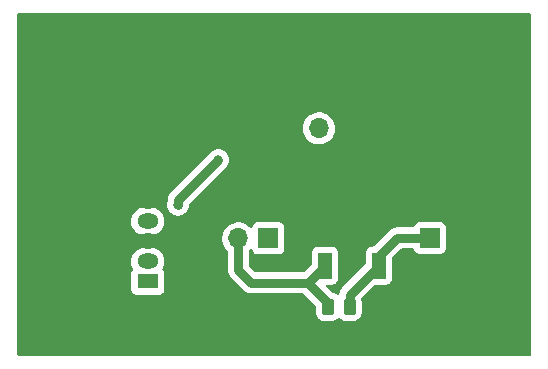
<source format=gbr>
%TF.GenerationSoftware,KiCad,Pcbnew,(6.0.9)*%
%TF.CreationDate,2022-12-23T10:42:16+01:00*%
%TF.ProjectId,buck,6275636b-2e6b-4696-9361-645f70636258,rev?*%
%TF.SameCoordinates,Original*%
%TF.FileFunction,Copper,L2,Bot*%
%TF.FilePolarity,Positive*%
%FSLAX46Y46*%
G04 Gerber Fmt 4.6, Leading zero omitted, Abs format (unit mm)*
G04 Created by KiCad (PCBNEW (6.0.9)) date 2022-12-23 10:42:16*
%MOMM*%
%LPD*%
G01*
G04 APERTURE LIST*
G04 Aperture macros list*
%AMRoundRect*
0 Rectangle with rounded corners*
0 $1 Rounding radius*
0 $2 $3 $4 $5 $6 $7 $8 $9 X,Y pos of 4 corners*
0 Add a 4 corners polygon primitive as box body*
4,1,4,$2,$3,$4,$5,$6,$7,$8,$9,$2,$3,0*
0 Add four circle primitives for the rounded corners*
1,1,$1+$1,$2,$3*
1,1,$1+$1,$4,$5*
1,1,$1+$1,$6,$7*
1,1,$1+$1,$8,$9*
0 Add four rect primitives between the rounded corners*
20,1,$1+$1,$2,$3,$4,$5,0*
20,1,$1+$1,$4,$5,$6,$7,0*
20,1,$1+$1,$6,$7,$8,$9,0*
20,1,$1+$1,$8,$9,$2,$3,0*%
G04 Aperture macros list end*
%TA.AperFunction,ComponentPad*%
%ADD10C,5.400000*%
%TD*%
%TA.AperFunction,ComponentPad*%
%ADD11R,1.800000X1.275000*%
%TD*%
%TA.AperFunction,ComponentPad*%
%ADD12O,1.800000X1.275000*%
%TD*%
%TA.AperFunction,SMDPad,CuDef*%
%ADD13R,1.200000X2.200000*%
%TD*%
%TA.AperFunction,SMDPad,CuDef*%
%ADD14R,5.800000X6.400000*%
%TD*%
%TA.AperFunction,ComponentPad*%
%ADD15R,1.700000X1.700000*%
%TD*%
%TA.AperFunction,ComponentPad*%
%ADD16O,1.700000X1.700000*%
%TD*%
%TA.AperFunction,SMDPad,CuDef*%
%ADD17RoundRect,0.250000X0.262500X0.450000X-0.262500X0.450000X-0.262500X-0.450000X0.262500X-0.450000X0*%
%TD*%
%TA.AperFunction,ViaPad*%
%ADD18C,0.800000*%
%TD*%
%TA.AperFunction,Conductor*%
%ADD19C,0.750000*%
%TD*%
G04 APERTURE END LIST*
D10*
%TO.P,H2,1,1*%
%TO.N,GND*%
X113538000Y-85979000D03*
%TD*%
%TO.P,H1,1,1*%
%TO.N,GND*%
X149225000Y-105029000D03*
%TD*%
D11*
%TO.P,U1,1,VIN*%
%TO.N,Net-(C1-Pad1)*%
X120245000Y-104900000D03*
D12*
%TO.P,U1,2,OUT*%
%TO.N,Net-(D1-Pad2)*%
X120245000Y-103200000D03*
%TO.P,U1,3,GND*%
%TO.N,GND*%
X120245000Y-101500000D03*
%TO.P,U1,4,FB*%
%TO.N,+5V*%
X120245000Y-99800000D03*
%TO.P,U1,5,~{ON}/OFF*%
%TO.N,GND*%
X120245000Y-98100000D03*
%TD*%
D13*
%TO.P,Q1,1,G*%
%TO.N,Net-(J3-Pad1)*%
X139822000Y-103558000D03*
D14*
%TO.P,Q1,2,D*%
%TO.N,GND*%
X137542000Y-97258000D03*
D13*
%TO.P,Q1,3,S*%
%TO.N,Net-(J1-Pad2)*%
X135262000Y-103558000D03*
%TD*%
D15*
%TO.P,J1,1,Pin_1*%
%TO.N,Net-(C1-Pad1)*%
X130459000Y-101264000D03*
D16*
%TO.P,J1,2,Pin_2*%
%TO.N,Net-(J1-Pad2)*%
X127919000Y-101264000D03*
%TD*%
D15*
%TO.P,J3,1,Pin_1*%
%TO.N,Net-(J3-Pad1)*%
X144145000Y-101219000D03*
%TD*%
D17*
%TO.P,R1,1*%
%TO.N,Net-(J3-Pad1)*%
X137334000Y-107061000D03*
%TO.P,R1,2*%
%TO.N,Net-(J1-Pad2)*%
X135509000Y-107061000D03*
%TD*%
D15*
%TO.P,J2,1,Pin_1*%
%TO.N,GND*%
X132207000Y-91948000D03*
D16*
%TO.P,J2,2,Pin_2*%
%TO.N,+5V*%
X134747000Y-91948000D03*
%TD*%
D18*
%TO.N,+5V*%
X122809000Y-98425000D03*
X126238000Y-94615000D03*
%TD*%
D19*
%TO.N,+5V*%
X122809000Y-98044000D02*
X126238000Y-94615000D01*
X122809000Y-98425000D02*
X122809000Y-98044000D01*
%TO.N,Net-(J3-Pad1)*%
X137334000Y-107061000D02*
X137334000Y-106046000D01*
X141351000Y-101219000D02*
X144145000Y-101219000D01*
X137334000Y-106046000D02*
X139822000Y-103558000D01*
X139822000Y-102748000D02*
X141351000Y-101219000D01*
X139822000Y-103558000D02*
X139822000Y-102748000D01*
%TO.N,Net-(J1-Pad2)*%
X135509000Y-106747000D02*
X133791000Y-105029000D01*
X127919000Y-101264000D02*
X127919000Y-103916000D01*
X127919000Y-103916000D02*
X129032000Y-105029000D01*
X129032000Y-105029000D02*
X133791000Y-105029000D01*
X133791000Y-105029000D02*
X135262000Y-103558000D01*
X135509000Y-107061000D02*
X135509000Y-106747000D01*
%TD*%
%TA.AperFunction,Conductor*%
%TO.N,GND*%
G36*
X152623621Y-82189502D02*
G01*
X152670114Y-82243158D01*
X152681500Y-82295500D01*
X152681500Y-111074500D01*
X152661498Y-111142621D01*
X152607842Y-111189114D01*
X152555500Y-111200500D01*
X109346500Y-111200500D01*
X109278379Y-111180498D01*
X109231886Y-111126842D01*
X109220500Y-111074500D01*
X109220500Y-103290299D01*
X118835138Y-103290299D01*
X118836117Y-103295996D01*
X118836117Y-103295997D01*
X118863258Y-103453947D01*
X118870806Y-103497877D01*
X118943706Y-103695480D01*
X118946658Y-103700441D01*
X118946658Y-103700442D01*
X118984988Y-103764869D01*
X119002628Y-103833640D01*
X118977529Y-103904856D01*
X118894385Y-104015795D01*
X118843255Y-104152184D01*
X118836500Y-104214366D01*
X118836500Y-105585634D01*
X118843255Y-105647816D01*
X118894385Y-105784205D01*
X118981739Y-105900761D01*
X119098295Y-105988115D01*
X119234684Y-106039245D01*
X119296866Y-106046000D01*
X121193134Y-106046000D01*
X121255316Y-106039245D01*
X121391705Y-105988115D01*
X121508261Y-105900761D01*
X121595615Y-105784205D01*
X121646745Y-105647816D01*
X121653500Y-105585634D01*
X121653500Y-104214366D01*
X121646745Y-104152184D01*
X121595615Y-104015795D01*
X121513164Y-103905781D01*
X121488316Y-103839275D01*
X121503369Y-103769892D01*
X121507428Y-103762981D01*
X121529887Y-103727386D01*
X121529889Y-103727381D01*
X121532968Y-103722502D01*
X121611015Y-103526876D01*
X121616784Y-103497877D01*
X121650978Y-103325970D01*
X121650978Y-103325967D01*
X121652105Y-103320303D01*
X121652574Y-103284517D01*
X121654786Y-103115483D01*
X121654862Y-103109701D01*
X121653883Y-103104003D01*
X121620173Y-102907820D01*
X121620173Y-102907819D01*
X121619194Y-102902123D01*
X121546294Y-102704520D01*
X121527312Y-102672614D01*
X121441562Y-102528480D01*
X121441560Y-102528477D01*
X121438606Y-102523512D01*
X121299734Y-102365159D01*
X121269411Y-102341254D01*
X121138870Y-102238344D01*
X121138868Y-102238343D01*
X121134331Y-102234766D01*
X121129215Y-102232075D01*
X121129213Y-102232073D01*
X120953051Y-102139390D01*
X120953049Y-102139389D01*
X120947934Y-102136698D01*
X120911977Y-102125533D01*
X120752309Y-102075954D01*
X120752306Y-102075953D01*
X120746788Y-102074240D01*
X120732274Y-102072522D01*
X120579469Y-102054436D01*
X120579462Y-102054436D01*
X120575782Y-102054000D01*
X119929065Y-102054000D01*
X119844287Y-102061790D01*
X119778517Y-102067833D01*
X119778514Y-102067834D01*
X119772763Y-102068362D01*
X119767204Y-102069930D01*
X119767203Y-102069930D01*
X119575610Y-102123965D01*
X119575608Y-102123966D01*
X119570051Y-102125533D01*
X119564875Y-102128085D01*
X119564871Y-102128087D01*
X119386332Y-102216133D01*
X119381151Y-102218688D01*
X119376525Y-102222142D01*
X119376524Y-102222143D01*
X119262489Y-102307297D01*
X119212391Y-102344707D01*
X119069422Y-102499370D01*
X119054660Y-102522767D01*
X118960113Y-102672614D01*
X118960111Y-102672619D01*
X118957032Y-102677498D01*
X118878985Y-102873124D01*
X118877859Y-102878784D01*
X118877858Y-102878788D01*
X118865454Y-102941149D01*
X118837895Y-103079697D01*
X118837819Y-103085472D01*
X118837819Y-103085476D01*
X118836438Y-103190969D01*
X118835138Y-103290299D01*
X109220500Y-103290299D01*
X109220500Y-101230695D01*
X126556251Y-101230695D01*
X126569110Y-101453715D01*
X126570247Y-101458761D01*
X126570248Y-101458767D01*
X126594304Y-101565508D01*
X126618222Y-101671639D01*
X126702266Y-101878616D01*
X126818987Y-102069088D01*
X126965250Y-102237938D01*
X126975369Y-102246339D01*
X126989986Y-102258475D01*
X127029621Y-102317378D01*
X127035500Y-102355418D01*
X127035500Y-103836543D01*
X127033949Y-103856255D01*
X127031850Y-103869507D01*
X127032195Y-103876094D01*
X127032195Y-103876098D01*
X127035327Y-103935850D01*
X127035500Y-103942445D01*
X127035500Y-103962306D01*
X127035844Y-103965577D01*
X127037576Y-103982059D01*
X127038093Y-103988633D01*
X127039517Y-104015795D01*
X127041570Y-104054971D01*
X127045042Y-104067929D01*
X127048645Y-104087372D01*
X127050046Y-104100702D01*
X127070578Y-104163894D01*
X127072444Y-104170196D01*
X127089638Y-104234363D01*
X127092634Y-104240242D01*
X127092637Y-104240251D01*
X127095728Y-104246317D01*
X127103292Y-104264579D01*
X127105392Y-104271043D01*
X127105395Y-104271051D01*
X127107436Y-104277331D01*
X127110738Y-104283050D01*
X127110740Y-104283055D01*
X127140654Y-104334867D01*
X127143787Y-104340637D01*
X127173953Y-104399839D01*
X127178109Y-104404971D01*
X127182391Y-104410259D01*
X127193589Y-104426552D01*
X127200296Y-104438169D01*
X127204713Y-104443075D01*
X127204717Y-104443080D01*
X127244747Y-104487538D01*
X127249031Y-104492554D01*
X127259441Y-104505409D01*
X127261528Y-104507986D01*
X127275573Y-104522031D01*
X127280114Y-104526816D01*
X127324566Y-104576185D01*
X127335426Y-104584075D01*
X127350454Y-104596912D01*
X128351085Y-105597542D01*
X128363926Y-105612577D01*
X128367927Y-105618084D01*
X128367932Y-105618090D01*
X128371815Y-105623434D01*
X128376725Y-105627855D01*
X128376726Y-105627856D01*
X128421194Y-105667895D01*
X128425979Y-105672436D01*
X128440015Y-105686472D01*
X128442579Y-105688548D01*
X128455447Y-105698969D01*
X128460462Y-105703253D01*
X128504920Y-105743283D01*
X128504925Y-105743287D01*
X128509831Y-105747704D01*
X128515547Y-105751004D01*
X128515548Y-105751005D01*
X128521449Y-105754412D01*
X128537737Y-105765607D01*
X128548161Y-105774048D01*
X128607366Y-105804214D01*
X128613119Y-105807337D01*
X128670669Y-105840564D01*
X128676953Y-105842606D01*
X128676958Y-105842608D01*
X128683421Y-105844708D01*
X128701683Y-105852272D01*
X128707749Y-105855363D01*
X128707758Y-105855366D01*
X128713637Y-105858362D01*
X128720015Y-105860071D01*
X128777804Y-105875556D01*
X128784106Y-105877422D01*
X128847298Y-105897954D01*
X128860205Y-105899311D01*
X128860628Y-105899355D01*
X128880071Y-105902958D01*
X128893029Y-105906430D01*
X128899619Y-105906775D01*
X128899623Y-105906776D01*
X128943573Y-105909079D01*
X128959372Y-105909907D01*
X128965931Y-105910423D01*
X128985694Y-105912500D01*
X129005555Y-105912500D01*
X129012150Y-105912673D01*
X129071902Y-105915805D01*
X129071906Y-105915805D01*
X129078493Y-105916150D01*
X129091747Y-105914051D01*
X129111456Y-105912500D01*
X133372852Y-105912500D01*
X133440973Y-105932502D01*
X133461947Y-105949405D01*
X134451095Y-106938552D01*
X134485120Y-107000864D01*
X134488000Y-107027647D01*
X134488000Y-107561400D01*
X134498974Y-107667166D01*
X134554950Y-107834946D01*
X134648022Y-107985348D01*
X134773197Y-108110305D01*
X134779427Y-108114145D01*
X134779428Y-108114146D01*
X134916590Y-108198694D01*
X134923762Y-108203115D01*
X135003505Y-108229564D01*
X135085111Y-108256632D01*
X135085113Y-108256632D01*
X135091639Y-108258797D01*
X135098475Y-108259497D01*
X135098478Y-108259498D01*
X135141531Y-108263909D01*
X135196100Y-108269500D01*
X135821900Y-108269500D01*
X135825146Y-108269163D01*
X135825150Y-108269163D01*
X135920808Y-108259238D01*
X135920812Y-108259237D01*
X135927666Y-108258526D01*
X135934202Y-108256345D01*
X135934204Y-108256345D01*
X136066306Y-108212272D01*
X136095446Y-108202550D01*
X136245848Y-108109478D01*
X136332284Y-108022891D01*
X136394566Y-107988812D01*
X136465386Y-107993815D01*
X136510476Y-108022736D01*
X136598197Y-108110305D01*
X136604427Y-108114145D01*
X136604428Y-108114146D01*
X136741590Y-108198694D01*
X136748762Y-108203115D01*
X136828505Y-108229564D01*
X136910111Y-108256632D01*
X136910113Y-108256632D01*
X136916639Y-108258797D01*
X136923475Y-108259497D01*
X136923478Y-108259498D01*
X136966531Y-108263909D01*
X137021100Y-108269500D01*
X137646900Y-108269500D01*
X137650146Y-108269163D01*
X137650150Y-108269163D01*
X137745808Y-108259238D01*
X137745812Y-108259237D01*
X137752666Y-108258526D01*
X137759202Y-108256345D01*
X137759204Y-108256345D01*
X137891306Y-108212272D01*
X137920446Y-108202550D01*
X138070848Y-108109478D01*
X138195805Y-107984303D01*
X138288615Y-107833738D01*
X138344297Y-107665861D01*
X138355000Y-107561400D01*
X138355000Y-106560600D01*
X138344026Y-106454834D01*
X138326299Y-106401701D01*
X138323715Y-106330751D01*
X138356728Y-106272730D01*
X139426053Y-105203405D01*
X139488365Y-105169379D01*
X139515148Y-105166500D01*
X140470134Y-105166500D01*
X140532316Y-105159745D01*
X140668705Y-105108615D01*
X140785261Y-105021261D01*
X140872615Y-104904705D01*
X140923745Y-104768316D01*
X140930500Y-104706134D01*
X140930500Y-102941149D01*
X140950502Y-102873028D01*
X140967404Y-102852054D01*
X141680052Y-102139405D01*
X141742365Y-102105380D01*
X141769148Y-102102500D01*
X142677130Y-102102500D01*
X142745251Y-102122502D01*
X142791744Y-102176158D01*
X142795112Y-102184270D01*
X142813033Y-102232073D01*
X142844385Y-102315705D01*
X142931739Y-102432261D01*
X143048295Y-102519615D01*
X143184684Y-102570745D01*
X143246866Y-102577500D01*
X145043134Y-102577500D01*
X145105316Y-102570745D01*
X145241705Y-102519615D01*
X145358261Y-102432261D01*
X145445615Y-102315705D01*
X145496745Y-102179316D01*
X145503500Y-102117134D01*
X145503500Y-100320866D01*
X145496745Y-100258684D01*
X145445615Y-100122295D01*
X145358261Y-100005739D01*
X145241705Y-99918385D01*
X145105316Y-99867255D01*
X145043134Y-99860500D01*
X143246866Y-99860500D01*
X143184684Y-99867255D01*
X143048295Y-99918385D01*
X142931739Y-100005739D01*
X142844385Y-100122295D01*
X142841233Y-100130703D01*
X142795112Y-100253730D01*
X142752470Y-100310494D01*
X142685909Y-100335194D01*
X142677130Y-100335500D01*
X141430457Y-100335500D01*
X141410745Y-100333949D01*
X141404008Y-100332882D01*
X141404009Y-100332882D01*
X141397493Y-100331850D01*
X141390906Y-100332195D01*
X141390902Y-100332195D01*
X141331150Y-100335327D01*
X141324555Y-100335500D01*
X141304694Y-100335500D01*
X141284931Y-100337577D01*
X141278372Y-100338093D01*
X141236733Y-100340275D01*
X141218629Y-100341224D01*
X141218628Y-100341224D01*
X141212029Y-100341570D01*
X141205645Y-100343281D01*
X141205643Y-100343281D01*
X141199074Y-100345041D01*
X141179639Y-100348643D01*
X141172869Y-100349355D01*
X141172865Y-100349356D01*
X141166298Y-100350046D01*
X141103092Y-100370582D01*
X141096845Y-100372433D01*
X141032638Y-100389638D01*
X141026763Y-100392631D01*
X141026756Y-100392634D01*
X141020686Y-100395727D01*
X141002431Y-100403288D01*
X140995955Y-100405393D01*
X140995951Y-100405395D01*
X140989669Y-100407436D01*
X140983954Y-100410735D01*
X140983944Y-100410740D01*
X140932139Y-100440651D01*
X140926367Y-100443786D01*
X140867161Y-100473952D01*
X140862027Y-100478109D01*
X140862026Y-100478110D01*
X140856737Y-100482393D01*
X140840449Y-100493588D01*
X140828831Y-100500296D01*
X140823925Y-100504713D01*
X140823920Y-100504717D01*
X140779462Y-100544747D01*
X140774447Y-100549031D01*
X140766369Y-100555573D01*
X140759015Y-100561528D01*
X140744979Y-100575564D01*
X140740194Y-100580105D01*
X140690815Y-100624566D01*
X140686935Y-100629906D01*
X140686928Y-100629914D01*
X140682927Y-100635422D01*
X140670086Y-100650457D01*
X139407947Y-101912595D01*
X139345635Y-101946621D01*
X139318852Y-101949500D01*
X139173866Y-101949500D01*
X139111684Y-101956255D01*
X138975295Y-102007385D01*
X138858739Y-102094739D01*
X138771385Y-102211295D01*
X138720255Y-102347684D01*
X138713500Y-102409866D01*
X138713500Y-103364852D01*
X138693498Y-103432973D01*
X138676595Y-103453947D01*
X136765454Y-105365088D01*
X136750426Y-105377925D01*
X136739566Y-105385815D01*
X136735145Y-105390725D01*
X136735144Y-105390726D01*
X136695114Y-105435184D01*
X136690573Y-105439969D01*
X136676528Y-105454014D01*
X136674444Y-105456588D01*
X136674441Y-105456591D01*
X136664031Y-105469446D01*
X136659747Y-105474462D01*
X136619717Y-105518920D01*
X136619713Y-105518925D01*
X136615296Y-105523831D01*
X136608791Y-105535097D01*
X136608589Y-105535448D01*
X136597391Y-105551741D01*
X136588953Y-105562161D01*
X136558787Y-105621363D01*
X136555654Y-105627133D01*
X136525740Y-105678945D01*
X136525738Y-105678950D01*
X136522436Y-105684669D01*
X136520395Y-105690949D01*
X136520392Y-105690957D01*
X136518292Y-105697421D01*
X136510728Y-105715683D01*
X136507637Y-105721749D01*
X136507634Y-105721758D01*
X136504638Y-105727637D01*
X136502929Y-105734015D01*
X136487444Y-105791804D01*
X136485578Y-105798106D01*
X136465046Y-105861298D01*
X136464356Y-105867866D01*
X136463645Y-105874628D01*
X136460042Y-105894071D01*
X136456570Y-105907029D01*
X136456225Y-105913619D01*
X136456224Y-105913623D01*
X136455581Y-105925903D01*
X136432042Y-105992884D01*
X136376028Y-106036505D01*
X136305321Y-106042918D01*
X136251662Y-106018192D01*
X136249983Y-106016866D01*
X136244803Y-106011695D01*
X136211663Y-105991267D01*
X136100468Y-105922725D01*
X136100466Y-105922724D01*
X136094238Y-105918885D01*
X135990555Y-105884495D01*
X135932889Y-105865368D01*
X135932887Y-105865368D01*
X135926361Y-105863203D01*
X135919521Y-105862502D01*
X135919520Y-105862502D01*
X135913332Y-105861868D01*
X135847604Y-105835028D01*
X135837076Y-105825619D01*
X135393053Y-105381595D01*
X135359028Y-105319283D01*
X135364093Y-105248467D01*
X135406640Y-105191632D01*
X135473160Y-105166821D01*
X135482149Y-105166500D01*
X135910134Y-105166500D01*
X135972316Y-105159745D01*
X136108705Y-105108615D01*
X136225261Y-105021261D01*
X136312615Y-104904705D01*
X136363745Y-104768316D01*
X136370500Y-104706134D01*
X136370500Y-102409866D01*
X136363745Y-102347684D01*
X136312615Y-102211295D01*
X136225261Y-102094739D01*
X136108705Y-102007385D01*
X135972316Y-101956255D01*
X135910134Y-101949500D01*
X134613866Y-101949500D01*
X134551684Y-101956255D01*
X134415295Y-102007385D01*
X134298739Y-102094739D01*
X134211385Y-102211295D01*
X134160255Y-102347684D01*
X134153500Y-102409866D01*
X134153500Y-103364852D01*
X134133498Y-103432973D01*
X134116595Y-103453947D01*
X133461947Y-104108595D01*
X133399635Y-104142621D01*
X133372852Y-104145500D01*
X129450148Y-104145500D01*
X129382027Y-104125498D01*
X129361052Y-104108595D01*
X128839404Y-103586946D01*
X128805379Y-103524634D01*
X128802500Y-103497851D01*
X128802500Y-102353866D01*
X128822502Y-102285745D01*
X128839560Y-102264615D01*
X128907091Y-102197319D01*
X128969461Y-102163404D01*
X129040268Y-102168592D01*
X129097030Y-102211238D01*
X129114012Y-102242341D01*
X129122362Y-102264615D01*
X129158385Y-102360705D01*
X129245739Y-102477261D01*
X129362295Y-102564615D01*
X129498684Y-102615745D01*
X129560866Y-102622500D01*
X131357134Y-102622500D01*
X131419316Y-102615745D01*
X131555705Y-102564615D01*
X131672261Y-102477261D01*
X131759615Y-102360705D01*
X131810745Y-102224316D01*
X131817500Y-102162134D01*
X131817500Y-100365866D01*
X131810745Y-100303684D01*
X131759615Y-100167295D01*
X131672261Y-100050739D01*
X131555705Y-99963385D01*
X131419316Y-99912255D01*
X131357134Y-99905500D01*
X129560866Y-99905500D01*
X129498684Y-99912255D01*
X129362295Y-99963385D01*
X129245739Y-100050739D01*
X129158385Y-100167295D01*
X129155233Y-100175703D01*
X129113919Y-100285907D01*
X129071277Y-100342671D01*
X129004716Y-100367371D01*
X128935367Y-100352163D01*
X128902743Y-100326476D01*
X128852151Y-100270875D01*
X128852142Y-100270866D01*
X128848670Y-100267051D01*
X128844619Y-100263852D01*
X128844615Y-100263848D01*
X128677414Y-100131800D01*
X128677410Y-100131798D01*
X128673359Y-100128598D01*
X128477789Y-100020638D01*
X128472920Y-100018914D01*
X128472916Y-100018912D01*
X128272087Y-99947795D01*
X128272083Y-99947794D01*
X128267212Y-99946069D01*
X128262119Y-99945162D01*
X128262116Y-99945161D01*
X128052373Y-99907800D01*
X128052367Y-99907799D01*
X128047284Y-99906894D01*
X127973452Y-99905992D01*
X127829081Y-99904228D01*
X127829079Y-99904228D01*
X127823911Y-99904165D01*
X127603091Y-99937955D01*
X127390756Y-100007357D01*
X127192607Y-100110507D01*
X127188474Y-100113610D01*
X127188471Y-100113612D01*
X127018100Y-100241530D01*
X127013965Y-100244635D01*
X126974525Y-100285907D01*
X126914573Y-100348643D01*
X126859629Y-100406138D01*
X126733743Y-100590680D01*
X126705996Y-100650457D01*
X126646859Y-100777857D01*
X126639688Y-100793305D01*
X126579989Y-101008570D01*
X126556251Y-101230695D01*
X109220500Y-101230695D01*
X109220500Y-99890299D01*
X118835138Y-99890299D01*
X118836117Y-99895996D01*
X118836117Y-99895997D01*
X118845018Y-99947795D01*
X118870806Y-100097877D01*
X118943706Y-100295480D01*
X118946658Y-100300441D01*
X118946658Y-100300442D01*
X119031053Y-100442297D01*
X119051394Y-100476488D01*
X119190266Y-100634841D01*
X119194801Y-100638416D01*
X119194802Y-100638417D01*
X119201178Y-100643443D01*
X119355669Y-100765234D01*
X119360785Y-100767925D01*
X119360787Y-100767927D01*
X119536949Y-100860610D01*
X119542066Y-100863302D01*
X119547586Y-100865016D01*
X119737691Y-100924046D01*
X119737694Y-100924047D01*
X119743212Y-100925760D01*
X119748949Y-100926439D01*
X119910531Y-100945564D01*
X119910538Y-100945564D01*
X119914218Y-100946000D01*
X120560935Y-100946000D01*
X120645713Y-100938210D01*
X120711483Y-100932167D01*
X120711486Y-100932166D01*
X120717237Y-100931638D01*
X120722797Y-100930070D01*
X120914390Y-100876035D01*
X120914392Y-100876034D01*
X120919949Y-100874467D01*
X120925125Y-100871915D01*
X120925129Y-100871913D01*
X121103668Y-100783867D01*
X121108849Y-100781312D01*
X121277609Y-100655293D01*
X121420578Y-100500630D01*
X121482556Y-100402401D01*
X121529887Y-100327386D01*
X121529889Y-100327381D01*
X121532968Y-100322502D01*
X121611015Y-100126876D01*
X121613654Y-100113612D01*
X121650978Y-99925970D01*
X121650978Y-99925967D01*
X121652105Y-99920303D01*
X121652211Y-99912255D01*
X121654786Y-99715483D01*
X121654862Y-99709701D01*
X121653883Y-99704003D01*
X121620173Y-99507820D01*
X121620173Y-99507819D01*
X121619194Y-99502123D01*
X121546294Y-99304520D01*
X121438606Y-99123512D01*
X121299734Y-98965159D01*
X121134331Y-98834766D01*
X121129215Y-98832075D01*
X121129213Y-98832073D01*
X120953051Y-98739390D01*
X120953049Y-98739389D01*
X120947934Y-98736698D01*
X120911977Y-98725533D01*
X120752309Y-98675954D01*
X120752306Y-98675953D01*
X120746788Y-98674240D01*
X120732274Y-98672522D01*
X120579469Y-98654436D01*
X120579462Y-98654436D01*
X120575782Y-98654000D01*
X119929065Y-98654000D01*
X119844287Y-98661790D01*
X119778517Y-98667833D01*
X119778514Y-98667834D01*
X119772763Y-98668362D01*
X119767204Y-98669930D01*
X119767203Y-98669930D01*
X119575610Y-98723965D01*
X119575608Y-98723966D01*
X119570051Y-98725533D01*
X119564875Y-98728085D01*
X119564871Y-98728087D01*
X119438775Y-98790271D01*
X119381151Y-98818688D01*
X119212391Y-98944707D01*
X119069422Y-99099370D01*
X119054190Y-99123512D01*
X118960113Y-99272614D01*
X118960111Y-99272619D01*
X118957032Y-99277498D01*
X118878985Y-99473124D01*
X118877859Y-99478784D01*
X118877858Y-99478788D01*
X118839022Y-99674030D01*
X118837895Y-99679697D01*
X118837819Y-99685472D01*
X118837819Y-99685476D01*
X118836438Y-99790969D01*
X118835138Y-99890299D01*
X109220500Y-99890299D01*
X109220500Y-98425000D01*
X121895496Y-98425000D01*
X121915458Y-98614928D01*
X121974473Y-98796556D01*
X122069960Y-98961944D01*
X122197747Y-99103866D01*
X122352248Y-99216118D01*
X122358276Y-99218802D01*
X122358278Y-99218803D01*
X122490110Y-99277498D01*
X122526712Y-99293794D01*
X122602654Y-99309936D01*
X122707056Y-99332128D01*
X122707061Y-99332128D01*
X122713513Y-99333500D01*
X122904487Y-99333500D01*
X122910939Y-99332128D01*
X122910944Y-99332128D01*
X123015346Y-99309936D01*
X123091288Y-99293794D01*
X123127890Y-99277498D01*
X123259722Y-99218803D01*
X123259724Y-99218802D01*
X123265752Y-99216118D01*
X123420253Y-99103866D01*
X123548040Y-98961944D01*
X123643527Y-98796556D01*
X123702542Y-98614928D01*
X123722504Y-98425000D01*
X123724066Y-98425164D01*
X123741816Y-98364713D01*
X123758719Y-98343739D01*
X126693545Y-95408913D01*
X126708579Y-95396072D01*
X126849253Y-95293866D01*
X126977040Y-95151944D01*
X127072527Y-94986556D01*
X127131542Y-94804928D01*
X127151504Y-94615000D01*
X127131542Y-94425072D01*
X127072527Y-94243444D01*
X126977040Y-94078056D01*
X126849253Y-93936134D01*
X126694752Y-93823882D01*
X126688724Y-93821198D01*
X126688722Y-93821197D01*
X126526319Y-93748891D01*
X126526318Y-93748891D01*
X126520288Y-93746206D01*
X126426888Y-93726353D01*
X126339944Y-93707872D01*
X126339939Y-93707872D01*
X126333487Y-93706500D01*
X126142513Y-93706500D01*
X126136061Y-93707872D01*
X126136056Y-93707872D01*
X126049113Y-93726353D01*
X125955712Y-93746206D01*
X125949682Y-93748891D01*
X125949681Y-93748891D01*
X125787278Y-93821197D01*
X125787276Y-93821198D01*
X125781248Y-93823882D01*
X125626747Y-93936134D01*
X125498960Y-94078056D01*
X125495659Y-94083774D01*
X125471018Y-94126453D01*
X125450994Y-94152548D01*
X122240454Y-97363088D01*
X122225426Y-97375925D01*
X122214566Y-97383815D01*
X122210145Y-97388725D01*
X122210144Y-97388726D01*
X122170114Y-97433184D01*
X122165573Y-97437969D01*
X122151528Y-97452014D01*
X122149444Y-97454588D01*
X122149441Y-97454591D01*
X122139031Y-97467446D01*
X122134747Y-97472462D01*
X122094717Y-97516920D01*
X122094713Y-97516925D01*
X122090296Y-97521831D01*
X122083791Y-97533097D01*
X122083589Y-97533448D01*
X122072391Y-97549741D01*
X122063953Y-97560161D01*
X122033787Y-97619363D01*
X122030654Y-97625133D01*
X122000740Y-97676945D01*
X122000738Y-97676950D01*
X121997436Y-97682669D01*
X121995395Y-97688949D01*
X121995392Y-97688957D01*
X121993292Y-97695421D01*
X121985728Y-97713683D01*
X121982637Y-97719749D01*
X121982634Y-97719758D01*
X121979638Y-97725637D01*
X121977929Y-97732015D01*
X121962444Y-97789804D01*
X121960578Y-97796106D01*
X121940046Y-97859298D01*
X121939356Y-97865866D01*
X121938645Y-97872628D01*
X121935042Y-97892071D01*
X121931570Y-97905029D01*
X121931225Y-97911619D01*
X121931224Y-97911623D01*
X121928093Y-97971367D01*
X121927577Y-97977931D01*
X121925500Y-97997694D01*
X121925500Y-98017555D01*
X121925327Y-98024150D01*
X121921850Y-98090493D01*
X121922882Y-98097007D01*
X121923949Y-98103744D01*
X121925500Y-98123456D01*
X121925500Y-98184210D01*
X121919333Y-98223146D01*
X121915458Y-98235072D01*
X121895496Y-98425000D01*
X109220500Y-98425000D01*
X109220500Y-91914695D01*
X133384251Y-91914695D01*
X133384548Y-91919848D01*
X133384548Y-91919851D01*
X133390011Y-92014590D01*
X133397110Y-92137715D01*
X133398247Y-92142761D01*
X133398248Y-92142767D01*
X133418119Y-92230939D01*
X133446222Y-92355639D01*
X133530266Y-92562616D01*
X133646987Y-92753088D01*
X133793250Y-92921938D01*
X133965126Y-93064632D01*
X134158000Y-93177338D01*
X134366692Y-93257030D01*
X134371760Y-93258061D01*
X134371763Y-93258062D01*
X134479017Y-93279883D01*
X134585597Y-93301567D01*
X134590772Y-93301757D01*
X134590774Y-93301757D01*
X134803673Y-93309564D01*
X134803677Y-93309564D01*
X134808837Y-93309753D01*
X134813957Y-93309097D01*
X134813959Y-93309097D01*
X135025288Y-93282025D01*
X135025289Y-93282025D01*
X135030416Y-93281368D01*
X135035366Y-93279883D01*
X135239429Y-93218661D01*
X135239434Y-93218659D01*
X135244384Y-93217174D01*
X135444994Y-93118896D01*
X135626860Y-92989173D01*
X135785096Y-92831489D01*
X135844594Y-92748689D01*
X135912435Y-92654277D01*
X135915453Y-92650077D01*
X136014430Y-92449811D01*
X136079370Y-92236069D01*
X136108529Y-92014590D01*
X136110156Y-91948000D01*
X136091852Y-91725361D01*
X136037431Y-91508702D01*
X135948354Y-91303840D01*
X135827014Y-91116277D01*
X135676670Y-90951051D01*
X135672619Y-90947852D01*
X135672615Y-90947848D01*
X135505414Y-90815800D01*
X135505410Y-90815798D01*
X135501359Y-90812598D01*
X135305789Y-90704638D01*
X135300920Y-90702914D01*
X135300916Y-90702912D01*
X135100087Y-90631795D01*
X135100083Y-90631794D01*
X135095212Y-90630069D01*
X135090119Y-90629162D01*
X135090116Y-90629161D01*
X134880373Y-90591800D01*
X134880367Y-90591799D01*
X134875284Y-90590894D01*
X134801452Y-90589992D01*
X134657081Y-90588228D01*
X134657079Y-90588228D01*
X134651911Y-90588165D01*
X134431091Y-90621955D01*
X134218756Y-90691357D01*
X134020607Y-90794507D01*
X134016474Y-90797610D01*
X134016471Y-90797612D01*
X133992247Y-90815800D01*
X133841965Y-90928635D01*
X133687629Y-91090138D01*
X133561743Y-91274680D01*
X133467688Y-91477305D01*
X133407989Y-91692570D01*
X133384251Y-91914695D01*
X109220500Y-91914695D01*
X109220500Y-82295500D01*
X109240502Y-82227379D01*
X109294158Y-82180886D01*
X109346500Y-82169500D01*
X152555500Y-82169500D01*
X152623621Y-82189502D01*
G37*
%TD.AperFunction*%
%TD*%
M02*

</source>
